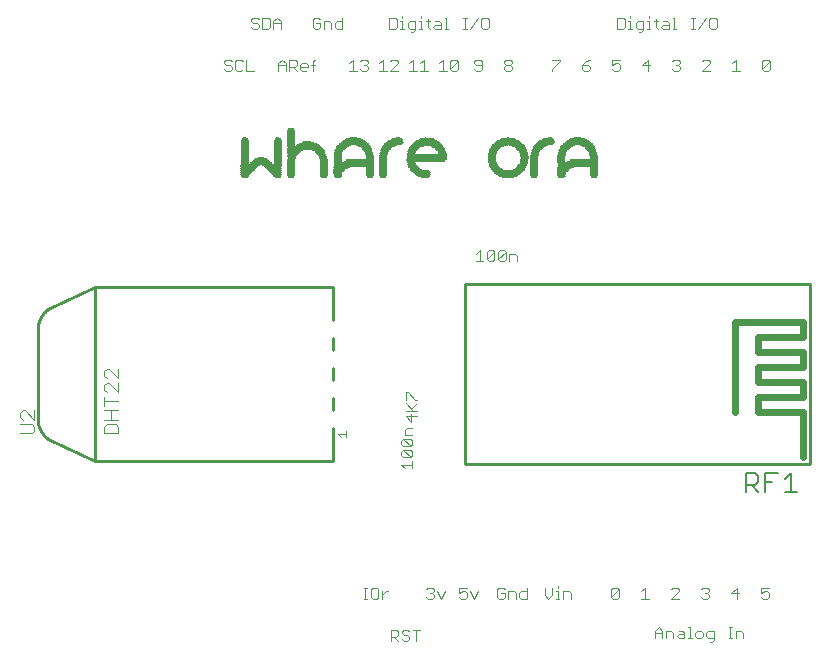
<source format=gto>
G04 This is an RS-274x file exported by *
G04 gerbv version 2.6.1 *
G04 More information is available about gerbv at *
G04 http://gerbv.geda-project.org/ *
G04 --End of header info--*
%MOIN*%
%FSLAX34Y34*%
%IPPOS*%
G04 --Define apertures--*
%ADD10C,0.0030*%
%ADD11C,0.0100*%
%ADD12C,0.0040*%
%ADD13C,0.0240*%
%ADD14C,0.0070*%
%ADD15R,0.0100X0.0020*%
%ADD16R,0.0180X0.0020*%
%ADD17R,0.0020X0.0020*%
%ADD18R,0.0200X0.0020*%
%ADD19R,0.0280X0.0020*%
%ADD20R,0.0400X0.0020*%
%ADD21R,0.0220X0.0020*%
%ADD22R,0.0360X0.0020*%
%ADD23R,0.0520X0.0020*%
%ADD24R,0.0240X0.0020*%
%ADD25R,0.0420X0.0020*%
%ADD26R,0.0600X0.0020*%
%ADD27R,0.0260X0.0020*%
%ADD28R,0.0460X0.0020*%
%ADD29R,0.0680X0.0020*%
%ADD30R,0.0300X0.0020*%
%ADD31R,0.0500X0.0020*%
%ADD32R,0.0740X0.0020*%
%ADD33R,0.0320X0.0020*%
%ADD34R,0.0540X0.0020*%
%ADD35R,0.0800X0.0020*%
%ADD36R,0.0340X0.0020*%
%ADD37R,0.0840X0.0020*%
%ADD38R,0.0560X0.0020*%
%ADD39R,0.0900X0.0020*%
%ADD40R,0.0380X0.0020*%
%ADD41R,0.0580X0.0020*%
%ADD42R,0.0920X0.0020*%
%ADD43R,0.0980X0.0020*%
%ADD44R,0.1000X0.0020*%
%ADD45R,0.0440X0.0020*%
%ADD46R,0.1040X0.0020*%
%ADD47R,0.0480X0.0020*%
%ADD48R,0.1340X0.0020*%
%ADD49R,0.0640X0.0020*%
%ADD50R,0.1360X0.0020*%
%ADD51R,0.0720X0.0020*%
%ADD52R,0.1060X0.0020*%
%ADD53R,0.0620X0.0020*%
%ADD54R,0.1020X0.0020*%
%ADD55R,0.1260X0.0020*%
%ADD56R,0.1280X0.0020*%
%ADD57R,0.0940X0.0020*%
%ADD58R,0.1300X0.0020*%
%ADD59R,0.1320X0.0020*%
%ADD60R,0.1200X0.0020*%
%ADD61R,0.1180X0.0020*%
%ADD62R,0.1160X0.0020*%
%ADD63R,0.1140X0.0020*%
%ADD64R,0.1120X0.0020*%
%ADD65R,0.1100X0.0020*%
%ADD66R,0.0780X0.0020*%
%ADD67R,0.0660X0.0020*%
%ADD68R,0.0960X0.0020*%
%ADD69R,0.0860X0.0020*%
%ADD70R,0.0880X0.0020*%
%ADD71R,0.0820X0.0020*%
%ADD72R,0.0760X0.0020*%
%ADD73R,0.0700X0.0020*%
%ADD74R,0.0160X0.0020*%
G04 --Start main section--*
G54D10*
G01X0013004Y0007512D02*
G01X0013295Y0007512D01*
G01X0013295Y0007415D02*
G01X0013295Y0007609D01*
G01X0013101Y0007415D02*
G01X0013004Y0007512D01*
G01X0015125Y0007279D02*
G01X0015186Y0007340D01*
G01X0015186Y0007340D02*
G01X0015433Y0007093D01*
G01X0015433Y0007093D02*
G01X0015495Y0007155D01*
G01X0015495Y0007155D02*
G01X0015495Y0007279D01*
G01X0015495Y0007279D02*
G01X0015433Y0007340D01*
G01X0015433Y0007340D02*
G01X0015186Y0007340D01*
G01X0015125Y0007279D02*
G01X0015125Y0007155D01*
G01X0015125Y0007155D02*
G01X0015186Y0007093D01*
G01X0015186Y0007093D02*
G01X0015433Y0007093D01*
G01X0015433Y0006972D02*
G01X0015495Y0006910D01*
G01X0015495Y0006910D02*
G01X0015495Y0006787D01*
G01X0015495Y0006787D02*
G01X0015433Y0006725D01*
G01X0015433Y0006725D02*
G01X0015186Y0006972D01*
G01X0015186Y0006972D02*
G01X0015433Y0006972D01*
G01X0015433Y0006725D02*
G01X0015186Y0006725D01*
G01X0015186Y0006725D02*
G01X0015125Y0006787D01*
G01X0015125Y0006787D02*
G01X0015125Y0006910D01*
G01X0015125Y0006910D02*
G01X0015186Y0006972D01*
G01X0015495Y0006604D02*
G01X0015495Y0006357D01*
G01X0015495Y0006480D02*
G01X0015125Y0006480D01*
G01X0015125Y0006480D02*
G01X0015248Y0006357D01*
G01X0015248Y0007462D02*
G01X0015248Y0007647D01*
G01X0015248Y0007647D02*
G01X0015310Y0007709D01*
G01X0015310Y0007709D02*
G01X0015495Y0007709D01*
G01X0015459Y0007910D02*
G01X0015459Y0008157D01*
G01X0015521Y0008278D02*
G01X0015274Y0008525D01*
G01X0015274Y0008647D02*
G01X0015274Y0008894D01*
G01X0015274Y0008894D02*
G01X0015336Y0008894D01*
G01X0015336Y0008894D02*
G01X0015583Y0008647D01*
G01X0015583Y0008647D02*
G01X0015644Y0008647D01*
G01X0015644Y0008525D02*
G01X0015459Y0008340D01*
G01X0015644Y0008278D02*
G01X0015274Y0008278D01*
G01X0015274Y0008095D02*
G01X0015459Y0007910D01*
G01X0015644Y0008095D02*
G01X0015274Y0008095D01*
G01X0015248Y0007462D02*
G01X0015495Y0007462D01*
G01X0016018Y0002385D02*
G01X0016142Y0002385D01*
G01X0016142Y0002385D02*
G01X0016203Y0002324D01*
G01X0016203Y0002324D02*
G01X0016203Y0002262D01*
G01X0016203Y0002262D02*
G01X0016142Y0002200D01*
G01X0016142Y0002200D02*
G01X0016203Y0002138D01*
G01X0016203Y0002138D02*
G01X0016203Y0002077D01*
G01X0016203Y0002077D02*
G01X0016142Y0002015D01*
G01X0016142Y0002015D02*
G01X0016018Y0002015D01*
G01X0016018Y0002015D02*
G01X0015957Y0002077D01*
G01X0016080Y0002200D02*
G01X0016142Y0002200D01*
G01X0016325Y0002262D02*
G01X0016448Y0002015D01*
G01X0016448Y0002015D02*
G01X0016572Y0002262D01*
G01X0017057Y0002200D02*
G01X0017057Y0002385D01*
G01X0017057Y0002385D02*
G01X0017303Y0002385D01*
G01X0017242Y0002262D02*
G01X0017303Y0002200D01*
G01X0017303Y0002200D02*
G01X0017303Y0002077D01*
G01X0017303Y0002077D02*
G01X0017242Y0002015D01*
G01X0017242Y0002015D02*
G01X0017118Y0002015D01*
G01X0017118Y0002015D02*
G01X0017057Y0002077D01*
G01X0017057Y0002200D02*
G01X0017180Y0002262D01*
G01X0017180Y0002262D02*
G01X0017242Y0002262D01*
G01X0017425Y0002262D02*
G01X0017548Y0002015D01*
G01X0017548Y0002015D02*
G01X0017672Y0002262D01*
G01X0018329Y0002324D02*
G01X0018329Y0002077D01*
G01X0018329Y0002077D02*
G01X0018390Y0002015D01*
G01X0018390Y0002015D02*
G01X0018514Y0002015D01*
G01X0018514Y0002015D02*
G01X0018575Y0002077D01*
G01X0018575Y0002077D02*
G01X0018575Y0002200D01*
G01X0018575Y0002200D02*
G01X0018452Y0002200D01*
G01X0018329Y0002324D02*
G01X0018390Y0002385D01*
G01X0018390Y0002385D02*
G01X0018514Y0002385D01*
G01X0018514Y0002385D02*
G01X0018575Y0002324D01*
G01X0018697Y0002262D02*
G01X0018882Y0002262D01*
G01X0018882Y0002262D02*
G01X0018944Y0002200D01*
G01X0018944Y0002200D02*
G01X0018944Y0002015D01*
G01X0019065Y0002077D02*
G01X0019065Y0002200D01*
G01X0019065Y0002200D02*
G01X0019127Y0002262D01*
G01X0019127Y0002262D02*
G01X0019312Y0002262D01*
G01X0019312Y0002385D02*
G01X0019312Y0002015D01*
G01X0019312Y0002015D02*
G01X0019127Y0002015D01*
G01X0019127Y0002015D02*
G01X0019065Y0002077D01*
G01X0018697Y0002015D02*
G01X0018697Y0002262D01*
G01X0019907Y0002385D02*
G01X0019907Y0002138D01*
G01X0019907Y0002138D02*
G01X0020030Y0002015D01*
G01X0020030Y0002015D02*
G01X0020153Y0002138D01*
G01X0020153Y0002138D02*
G01X0020153Y0002385D01*
G01X0020275Y0002262D02*
G01X0020337Y0002262D01*
G01X0020337Y0002262D02*
G01X0020337Y0002015D01*
G01X0020398Y0002015D02*
G01X0020275Y0002015D01*
G01X0020520Y0002015D02*
G01X0020520Y0002262D01*
G01X0020520Y0002262D02*
G01X0020706Y0002262D01*
G01X0020706Y0002262D02*
G01X0020767Y0002200D01*
G01X0020767Y0002200D02*
G01X0020767Y0002015D01*
G01X0020337Y0002385D02*
G01X0020337Y0002447D01*
G01X0022125Y0002324D02*
G01X0022125Y0002077D01*
G01X0022125Y0002077D02*
G01X0022371Y0002324D01*
G01X0022371Y0002324D02*
G01X0022371Y0002077D01*
G01X0022371Y0002077D02*
G01X0022310Y0002015D01*
G01X0022310Y0002015D02*
G01X0022186Y0002015D01*
G01X0022186Y0002015D02*
G01X0022125Y0002077D01*
G01X0022125Y0002324D02*
G01X0022186Y0002385D01*
G01X0022186Y0002385D02*
G01X0022310Y0002385D01*
G01X0022310Y0002385D02*
G01X0022371Y0002324D01*
G01X0023125Y0002262D02*
G01X0023248Y0002385D01*
G01X0023248Y0002385D02*
G01X0023248Y0002015D01*
G01X0023371Y0002015D02*
G01X0023125Y0002015D01*
G01X0024125Y0002015D02*
G01X0024371Y0002262D01*
G01X0024371Y0002262D02*
G01X0024371Y0002324D01*
G01X0024371Y0002324D02*
G01X0024310Y0002385D01*
G01X0024310Y0002385D02*
G01X0024186Y0002385D01*
G01X0024186Y0002385D02*
G01X0024125Y0002324D01*
G01X0024125Y0002015D02*
G01X0024371Y0002015D01*
G01X0025125Y0002077D02*
G01X0025186Y0002015D01*
G01X0025186Y0002015D02*
G01X0025310Y0002015D01*
G01X0025310Y0002015D02*
G01X0025371Y0002077D01*
G01X0025371Y0002077D02*
G01X0025371Y0002138D01*
G01X0025371Y0002138D02*
G01X0025310Y0002200D01*
G01X0025310Y0002200D02*
G01X0025248Y0002200D01*
G01X0025310Y0002200D02*
G01X0025371Y0002262D01*
G01X0025371Y0002262D02*
G01X0025371Y0002324D01*
G01X0025371Y0002324D02*
G01X0025310Y0002385D01*
G01X0025310Y0002385D02*
G01X0025186Y0002385D01*
G01X0025186Y0002385D02*
G01X0025125Y0002324D01*
G01X0026125Y0002200D02*
G01X0026371Y0002200D01*
G01X0026310Y0002385D02*
G01X0026310Y0002015D01*
G01X0026125Y0002200D02*
G01X0026310Y0002385D01*
G01X0027125Y0002385D02*
G01X0027125Y0002200D01*
G01X0027125Y0002200D02*
G01X0027248Y0002262D01*
G01X0027248Y0002262D02*
G01X0027310Y0002262D01*
G01X0027310Y0002262D02*
G01X0027371Y0002200D01*
G01X0027371Y0002200D02*
G01X0027371Y0002077D01*
G01X0027371Y0002077D02*
G01X0027310Y0002015D01*
G01X0027310Y0002015D02*
G01X0027186Y0002015D01*
G01X0027186Y0002015D02*
G01X0027125Y0002077D01*
G01X0027125Y0002385D02*
G01X0027371Y0002385D01*
G01X0026157Y0001067D02*
G01X0026034Y0001067D01*
G01X0026096Y0001067D02*
G01X0026096Y0000697D01*
G01X0026034Y0000697D02*
G01X0026157Y0000697D01*
G01X0026279Y0000697D02*
G01X0026279Y0000944D01*
G01X0026279Y0000944D02*
G01X0026465Y0000944D01*
G01X0026465Y0000944D02*
G01X0026526Y0000882D01*
G01X0026526Y0000882D02*
G01X0026526Y0000697D01*
G01X0025544Y0000697D02*
G01X0025359Y0000697D01*
G01X0025359Y0000697D02*
G01X0025297Y0000759D01*
G01X0025297Y0000759D02*
G01X0025297Y0000882D01*
G01X0025297Y0000882D02*
G01X0025359Y0000944D01*
G01X0025359Y0000944D02*
G01X0025544Y0000944D01*
G01X0025544Y0000944D02*
G01X0025544Y0000635D01*
G01X0025544Y0000635D02*
G01X0025482Y0000574D01*
G01X0025482Y0000574D02*
G01X0025421Y0000574D01*
G01X0025176Y0000759D02*
G01X0025176Y0000882D01*
G01X0025176Y0000882D02*
G01X0025114Y0000944D01*
G01X0025114Y0000944D02*
G01X0024991Y0000944D01*
G01X0024991Y0000944D02*
G01X0024929Y0000882D01*
G01X0024929Y0000882D02*
G01X0024929Y0000759D01*
G01X0024929Y0000759D02*
G01X0024991Y0000697D01*
G01X0024991Y0000697D02*
G01X0025114Y0000697D01*
G01X0025114Y0000697D02*
G01X0025176Y0000759D01*
G01X0024807Y0000697D02*
G01X0024683Y0000697D01*
G01X0024745Y0000697D02*
G01X0024745Y0001067D01*
G01X0024745Y0001067D02*
G01X0024683Y0001067D01*
G01X0024500Y0000944D02*
G01X0024377Y0000944D01*
G01X0024377Y0000820D02*
G01X0024562Y0000820D01*
G01X0024562Y0000882D02*
G01X0024562Y0000697D01*
G01X0024562Y0000697D02*
G01X0024377Y0000697D01*
G01X0024377Y0000697D02*
G01X0024315Y0000759D01*
G01X0024315Y0000759D02*
G01X0024377Y0000820D01*
G01X0024500Y0000944D02*
G01X0024562Y0000882D01*
G01X0024194Y0000882D02*
G01X0024194Y0000697D01*
G01X0024194Y0000882D02*
G01X0024132Y0000944D01*
G01X0024132Y0000944D02*
G01X0023947Y0000944D01*
G01X0023947Y0000944D02*
G01X0023947Y0000697D01*
G01X0023825Y0000697D02*
G01X0023825Y0000944D01*
G01X0023825Y0000944D02*
G01X0023702Y0001067D01*
G01X0023702Y0001067D02*
G01X0023579Y0000944D01*
G01X0023579Y0000944D02*
G01X0023579Y0000697D01*
G01X0023579Y0000882D02*
G01X0023825Y0000882D01*
G01X0016018Y0002385D02*
G01X0015957Y0002324D01*
G01X0014670Y0002262D02*
G01X0014608Y0002262D01*
G01X0014608Y0002262D02*
G01X0014484Y0002138D01*
G01X0014484Y0002015D02*
G01X0014484Y0002262D01*
G01X0014363Y0002324D02*
G01X0014363Y0002077D01*
G01X0014363Y0002077D02*
G01X0014301Y0002015D01*
G01X0014301Y0002015D02*
G01X0014178Y0002015D01*
G01X0014178Y0002015D02*
G01X0014116Y0002077D01*
G01X0014116Y0002077D02*
G01X0014116Y0002324D01*
G01X0014116Y0002324D02*
G01X0014178Y0002385D01*
G01X0014178Y0002385D02*
G01X0014301Y0002385D01*
G01X0014301Y0002385D02*
G01X0014363Y0002324D01*
G01X0013994Y0002385D02*
G01X0013870Y0002385D01*
G01X0013932Y0002385D02*
G01X0013932Y0002015D01*
G01X0013994Y0002015D02*
G01X0013870Y0002015D01*
G01X0014771Y0000985D02*
G01X0014956Y0000985D01*
G01X0014956Y0000985D02*
G01X0015017Y0000924D01*
G01X0015017Y0000924D02*
G01X0015017Y0000800D01*
G01X0015017Y0000800D02*
G01X0014956Y0000738D01*
G01X0014956Y0000738D02*
G01X0014771Y0000738D01*
G01X0014771Y0000615D02*
G01X0014771Y0000985D01*
G01X0014894Y0000738D02*
G01X0015017Y0000615D01*
G01X0015139Y0000677D02*
G01X0015201Y0000615D01*
G01X0015201Y0000615D02*
G01X0015324Y0000615D01*
G01X0015324Y0000615D02*
G01X0015386Y0000677D01*
G01X0015386Y0000677D02*
G01X0015386Y0000738D01*
G01X0015386Y0000738D02*
G01X0015324Y0000800D01*
G01X0015324Y0000800D02*
G01X0015201Y0000800D01*
G01X0015201Y0000800D02*
G01X0015139Y0000862D01*
G01X0015139Y0000862D02*
G01X0015139Y0000924D01*
G01X0015139Y0000924D02*
G01X0015201Y0000985D01*
G01X0015201Y0000985D02*
G01X0015324Y0000985D01*
G01X0015324Y0000985D02*
G01X0015386Y0000924D01*
G01X0015507Y0000985D02*
G01X0015754Y0000985D01*
G01X0015631Y0000985D02*
G01X0015631Y0000615D01*
G01X0017616Y0013265D02*
G01X0017863Y0013265D01*
G01X0017740Y0013265D02*
G01X0017740Y0013635D01*
G01X0017740Y0013635D02*
G01X0017616Y0013512D01*
G01X0017985Y0013573D02*
G01X0017985Y0013326D01*
G01X0017985Y0013326D02*
G01X0018231Y0013573D01*
G01X0018231Y0013573D02*
G01X0018231Y0013326D01*
G01X0018231Y0013326D02*
G01X0018170Y0013265D01*
G01X0018170Y0013265D02*
G01X0018046Y0013265D01*
G01X0018046Y0013265D02*
G01X0017985Y0013326D01*
G01X0017985Y0013573D02*
G01X0018046Y0013635D01*
G01X0018046Y0013635D02*
G01X0018170Y0013635D01*
G01X0018170Y0013635D02*
G01X0018231Y0013573D01*
G01X0018353Y0013573D02*
G01X0018353Y0013326D01*
G01X0018353Y0013326D02*
G01X0018600Y0013573D01*
G01X0018600Y0013573D02*
G01X0018600Y0013326D01*
G01X0018600Y0013326D02*
G01X0018538Y0013265D01*
G01X0018538Y0013265D02*
G01X0018415Y0013265D01*
G01X0018415Y0013265D02*
G01X0018353Y0013326D01*
G01X0018353Y0013573D02*
G01X0018415Y0013635D01*
G01X0018415Y0013635D02*
G01X0018538Y0013635D01*
G01X0018538Y0013635D02*
G01X0018600Y0013573D01*
G01X0018721Y0013512D02*
G01X0018906Y0013512D01*
G01X0018906Y0013512D02*
G01X0018968Y0013450D01*
G01X0018968Y0013450D02*
G01X0018968Y0013265D01*
G01X0018721Y0013265D02*
G01X0018721Y0013512D01*
G01X0018741Y0019615D02*
G01X0018618Y0019615D01*
G01X0018618Y0019615D02*
G01X0018556Y0019677D01*
G01X0018556Y0019677D02*
G01X0018556Y0019738D01*
G01X0018556Y0019738D02*
G01X0018618Y0019800D01*
G01X0018618Y0019800D02*
G01X0018741Y0019800D01*
G01X0018741Y0019800D02*
G01X0018803Y0019738D01*
G01X0018803Y0019738D02*
G01X0018803Y0019677D01*
G01X0018803Y0019677D02*
G01X0018741Y0019615D01*
G01X0018741Y0019800D02*
G01X0018803Y0019862D01*
G01X0018803Y0019862D02*
G01X0018803Y0019924D01*
G01X0018803Y0019924D02*
G01X0018741Y0019985D01*
G01X0018741Y0019985D02*
G01X0018618Y0019985D01*
G01X0018618Y0019985D02*
G01X0018556Y0019924D01*
G01X0018556Y0019924D02*
G01X0018556Y0019862D01*
G01X0018556Y0019862D02*
G01X0018618Y0019800D01*
G01X0017803Y0019800D02*
G01X0017618Y0019800D01*
G01X0017618Y0019800D02*
G01X0017556Y0019862D01*
G01X0017556Y0019862D02*
G01X0017556Y0019924D01*
G01X0017556Y0019924D02*
G01X0017618Y0019985D01*
G01X0017618Y0019985D02*
G01X0017741Y0019985D01*
G01X0017741Y0019985D02*
G01X0017803Y0019924D01*
G01X0017803Y0019924D02*
G01X0017803Y0019677D01*
G01X0017803Y0019677D02*
G01X0017741Y0019615D01*
G01X0017741Y0019615D02*
G01X0017618Y0019615D01*
G01X0017618Y0019615D02*
G01X0017556Y0019677D01*
G01X0017003Y0019677D02*
G01X0016941Y0019615D01*
G01X0016941Y0019615D02*
G01X0016818Y0019615D01*
G01X0016818Y0019615D02*
G01X0016756Y0019677D01*
G01X0016756Y0019677D02*
G01X0017003Y0019924D01*
G01X0017003Y0019924D02*
G01X0017003Y0019677D01*
G01X0017003Y0019924D02*
G01X0016941Y0019985D01*
G01X0016941Y0019985D02*
G01X0016818Y0019985D01*
G01X0016818Y0019985D02*
G01X0016756Y0019924D01*
G01X0016756Y0019924D02*
G01X0016756Y0019677D01*
G01X0016635Y0019615D02*
G01X0016388Y0019615D01*
G01X0016511Y0019615D02*
G01X0016511Y0019985D01*
G01X0016511Y0019985D02*
G01X0016388Y0019862D01*
G01X0016003Y0019615D02*
G01X0015756Y0019615D01*
G01X0015635Y0019615D02*
G01X0015388Y0019615D01*
G01X0015511Y0019615D02*
G01X0015511Y0019985D01*
G01X0015511Y0019985D02*
G01X0015388Y0019862D01*
G01X0015756Y0019862D02*
G01X0015880Y0019985D01*
G01X0015880Y0019985D02*
G01X0015880Y0019615D01*
G01X0015003Y0019615D02*
G01X0014756Y0019615D01*
G01X0014756Y0019615D02*
G01X0015003Y0019862D01*
G01X0015003Y0019862D02*
G01X0015003Y0019924D01*
G01X0015003Y0019924D02*
G01X0014941Y0019985D01*
G01X0014941Y0019985D02*
G01X0014818Y0019985D01*
G01X0014818Y0019985D02*
G01X0014756Y0019924D01*
G01X0014511Y0019985D02*
G01X0014511Y0019615D01*
G01X0014388Y0019615D02*
G01X0014635Y0019615D01*
G01X0014388Y0019862D02*
G01X0014511Y0019985D01*
G01X0014003Y0019924D02*
G01X0014003Y0019862D01*
G01X0014003Y0019862D02*
G01X0013941Y0019800D01*
G01X0013941Y0019800D02*
G01X0014003Y0019738D01*
G01X0014003Y0019738D02*
G01X0014003Y0019677D01*
G01X0014003Y0019677D02*
G01X0013941Y0019615D01*
G01X0013941Y0019615D02*
G01X0013818Y0019615D01*
G01X0013818Y0019615D02*
G01X0013756Y0019677D01*
G01X0013635Y0019615D02*
G01X0013388Y0019615D01*
G01X0013511Y0019615D02*
G01X0013511Y0019985D01*
G01X0013511Y0019985D02*
G01X0013388Y0019862D01*
G01X0013756Y0019924D02*
G01X0013818Y0019985D01*
G01X0013818Y0019985D02*
G01X0013941Y0019985D01*
G01X0013941Y0019985D02*
G01X0014003Y0019924D01*
G01X0013941Y0019800D02*
G01X0013880Y0019800D01*
G01X0013158Y0021015D02*
G01X0012973Y0021015D01*
G01X0012973Y0021015D02*
G01X0012911Y0021077D01*
G01X0012911Y0021077D02*
G01X0012911Y0021200D01*
G01X0012911Y0021200D02*
G01X0012973Y0021262D01*
G01X0012973Y0021262D02*
G01X0013158Y0021262D01*
G01X0013158Y0021385D02*
G01X0013158Y0021015D01*
G01X0012790Y0021015D02*
G01X0012790Y0021200D01*
G01X0012790Y0021200D02*
G01X0012728Y0021262D01*
G01X0012728Y0021262D02*
G01X0012543Y0021262D01*
G01X0012543Y0021262D02*
G01X0012543Y0021015D01*
G01X0012421Y0021077D02*
G01X0012421Y0021200D01*
G01X0012421Y0021200D02*
G01X0012298Y0021200D01*
G01X0012421Y0021324D02*
G01X0012360Y0021385D01*
G01X0012360Y0021385D02*
G01X0012236Y0021385D01*
G01X0012236Y0021385D02*
G01X0012175Y0021324D01*
G01X0012175Y0021324D02*
G01X0012175Y0021077D01*
G01X0012175Y0021077D02*
G01X0012236Y0021015D01*
G01X0012236Y0021015D02*
G01X0012360Y0021015D01*
G01X0012360Y0021015D02*
G01X0012421Y0021077D01*
G01X0012253Y0019985D02*
G01X0012191Y0019924D01*
G01X0012191Y0019924D02*
G01X0012191Y0019615D01*
G01X0012130Y0019800D02*
G01X0012253Y0019800D01*
G01X0012008Y0019800D02*
G01X0012008Y0019738D01*
G01X0012008Y0019738D02*
G01X0011761Y0019738D01*
G01X0011761Y0019677D02*
G01X0011761Y0019800D01*
G01X0011761Y0019800D02*
G01X0011823Y0019862D01*
G01X0011823Y0019862D02*
G01X0011946Y0019862D01*
G01X0011946Y0019862D02*
G01X0012008Y0019800D01*
G01X0011946Y0019615D02*
G01X0011823Y0019615D01*
G01X0011823Y0019615D02*
G01X0011761Y0019677D01*
G01X0011640Y0019615D02*
G01X0011516Y0019738D01*
G01X0011578Y0019738D02*
G01X0011393Y0019738D01*
G01X0011393Y0019615D02*
G01X0011393Y0019985D01*
G01X0011393Y0019985D02*
G01X0011578Y0019985D01*
G01X0011578Y0019985D02*
G01X0011640Y0019924D01*
G01X0011640Y0019924D02*
G01X0011640Y0019800D01*
G01X0011640Y0019800D02*
G01X0011578Y0019738D01*
G01X0011271Y0019800D02*
G01X0011025Y0019800D01*
G01X0011025Y0019862D02*
G01X0011148Y0019985D01*
G01X0011148Y0019985D02*
G01X0011271Y0019862D01*
G01X0011271Y0019862D02*
G01X0011271Y0019615D01*
G01X0011025Y0019615D02*
G01X0011025Y0019862D01*
G01X0010208Y0019615D02*
G01X0009961Y0019615D01*
G01X0009961Y0019615D02*
G01X0009961Y0019985D01*
G01X0009840Y0019924D02*
G01X0009778Y0019985D01*
G01X0009778Y0019985D02*
G01X0009655Y0019985D01*
G01X0009655Y0019985D02*
G01X0009593Y0019924D01*
G01X0009593Y0019924D02*
G01X0009593Y0019677D01*
G01X0009593Y0019677D02*
G01X0009655Y0019615D01*
G01X0009655Y0019615D02*
G01X0009778Y0019615D01*
G01X0009778Y0019615D02*
G01X0009840Y0019677D01*
G01X0009471Y0019677D02*
G01X0009471Y0019738D01*
G01X0009471Y0019738D02*
G01X0009410Y0019800D01*
G01X0009410Y0019800D02*
G01X0009286Y0019800D01*
G01X0009286Y0019800D02*
G01X0009225Y0019862D01*
G01X0009225Y0019862D02*
G01X0009225Y0019924D01*
G01X0009225Y0019924D02*
G01X0009286Y0019985D01*
G01X0009286Y0019985D02*
G01X0009410Y0019985D01*
G01X0009410Y0019985D02*
G01X0009471Y0019924D01*
G01X0009471Y0019677D02*
G01X0009410Y0019615D01*
G01X0009410Y0019615D02*
G01X0009286Y0019615D01*
G01X0009286Y0019615D02*
G01X0009225Y0019677D01*
G01X0010186Y0021015D02*
G01X0010125Y0021077D01*
G01X0010186Y0021015D02*
G01X0010310Y0021015D01*
G01X0010310Y0021015D02*
G01X0010371Y0021077D01*
G01X0010371Y0021077D02*
G01X0010371Y0021138D01*
G01X0010371Y0021138D02*
G01X0010310Y0021200D01*
G01X0010310Y0021200D02*
G01X0010186Y0021200D01*
G01X0010186Y0021200D02*
G01X0010125Y0021262D01*
G01X0010125Y0021262D02*
G01X0010125Y0021324D01*
G01X0010125Y0021324D02*
G01X0010186Y0021385D01*
G01X0010186Y0021385D02*
G01X0010310Y0021385D01*
G01X0010310Y0021385D02*
G01X0010371Y0021324D01*
G01X0010493Y0021385D02*
G01X0010493Y0021015D01*
G01X0010493Y0021015D02*
G01X0010678Y0021015D01*
G01X0010678Y0021015D02*
G01X0010740Y0021077D01*
G01X0010740Y0021077D02*
G01X0010740Y0021324D01*
G01X0010740Y0021324D02*
G01X0010678Y0021385D01*
G01X0010678Y0021385D02*
G01X0010493Y0021385D01*
G01X0010861Y0021262D02*
G01X0010985Y0021385D01*
G01X0010985Y0021385D02*
G01X0011108Y0021262D01*
G01X0011108Y0021262D02*
G01X0011108Y0021015D01*
G01X0011108Y0021200D02*
G01X0010861Y0021200D01*
G01X0010861Y0021262D02*
G01X0010861Y0021015D01*
G01X0014725Y0021015D02*
G01X0014910Y0021015D01*
G01X0014910Y0021015D02*
G01X0014971Y0021077D01*
G01X0014971Y0021077D02*
G01X0014971Y0021324D01*
G01X0014971Y0021324D02*
G01X0014910Y0021385D01*
G01X0014910Y0021385D02*
G01X0014725Y0021385D01*
G01X0014725Y0021385D02*
G01X0014725Y0021015D01*
G01X0015093Y0021015D02*
G01X0015216Y0021015D01*
G01X0015155Y0021015D02*
G01X0015155Y0021262D01*
G01X0015155Y0021262D02*
G01X0015093Y0021262D01*
G01X0015155Y0021385D02*
G01X0015155Y0021447D01*
G01X0015400Y0021262D02*
G01X0015338Y0021200D01*
G01X0015338Y0021200D02*
G01X0015338Y0021077D01*
G01X0015338Y0021077D02*
G01X0015400Y0021015D01*
G01X0015400Y0021015D02*
G01X0015585Y0021015D01*
G01X0015585Y0020953D02*
G01X0015585Y0021262D01*
G01X0015585Y0021262D02*
G01X0015400Y0021262D01*
G01X0015707Y0021262D02*
G01X0015768Y0021262D01*
G01X0015768Y0021262D02*
G01X0015768Y0021015D01*
G01X0015707Y0021015D02*
G01X0015830Y0021015D01*
G01X0016014Y0021077D02*
G01X0016014Y0021324D01*
G01X0015952Y0021262D02*
G01X0016076Y0021262D01*
G01X0016260Y0021262D02*
G01X0016383Y0021262D01*
G01X0016383Y0021262D02*
G01X0016445Y0021200D01*
G01X0016445Y0021200D02*
G01X0016445Y0021015D01*
G01X0016445Y0021015D02*
G01X0016260Y0021015D01*
G01X0016260Y0021015D02*
G01X0016198Y0021077D01*
G01X0016198Y0021077D02*
G01X0016260Y0021138D01*
G01X0016260Y0021138D02*
G01X0016445Y0021138D01*
G01X0016566Y0021015D02*
G01X0016690Y0021015D01*
G01X0016628Y0021015D02*
G01X0016628Y0021385D01*
G01X0016628Y0021385D02*
G01X0016566Y0021385D01*
G01X0017180Y0021385D02*
G01X0017303Y0021385D01*
G01X0017242Y0021385D02*
G01X0017242Y0021015D01*
G01X0017303Y0021015D02*
G01X0017180Y0021015D01*
G01X0017426Y0021015D02*
G01X0017672Y0021385D01*
G01X0017794Y0021324D02*
G01X0017856Y0021385D01*
G01X0017856Y0021385D02*
G01X0017979Y0021385D01*
G01X0017979Y0021385D02*
G01X0018041Y0021324D01*
G01X0018041Y0021324D02*
G01X0018041Y0021077D01*
G01X0018041Y0021077D02*
G01X0017979Y0021015D01*
G01X0017979Y0021015D02*
G01X0017856Y0021015D01*
G01X0017856Y0021015D02*
G01X0017794Y0021077D01*
G01X0017794Y0021077D02*
G01X0017794Y0021324D01*
G01X0016076Y0021015D02*
G01X0016014Y0021077D01*
G01X0015768Y0021385D02*
G01X0015768Y0021447D01*
G01X0015585Y0020953D02*
G01X0015523Y0020892D01*
G01X0015523Y0020892D02*
G01X0015462Y0020892D01*
G01X0020156Y0019985D02*
G01X0020403Y0019985D01*
G01X0020403Y0019985D02*
G01X0020403Y0019924D01*
G01X0020403Y0019924D02*
G01X0020156Y0019677D01*
G01X0020156Y0019677D02*
G01X0020156Y0019615D01*
G01X0021156Y0019677D02*
G01X0021218Y0019615D01*
G01X0021218Y0019615D02*
G01X0021341Y0019615D01*
G01X0021341Y0019615D02*
G01X0021403Y0019677D01*
G01X0021403Y0019677D02*
G01X0021403Y0019738D01*
G01X0021403Y0019738D02*
G01X0021341Y0019800D01*
G01X0021341Y0019800D02*
G01X0021156Y0019800D01*
G01X0021156Y0019800D02*
G01X0021156Y0019677D01*
G01X0021156Y0019800D02*
G01X0021280Y0019924D01*
G01X0021280Y0019924D02*
G01X0021403Y0019985D01*
G01X0022156Y0019985D02*
G01X0022156Y0019800D01*
G01X0022156Y0019800D02*
G01X0022280Y0019862D01*
G01X0022280Y0019862D02*
G01X0022341Y0019862D01*
G01X0022341Y0019862D02*
G01X0022403Y0019800D01*
G01X0022403Y0019800D02*
G01X0022403Y0019677D01*
G01X0022403Y0019677D02*
G01X0022341Y0019615D01*
G01X0022341Y0019615D02*
G01X0022218Y0019615D01*
G01X0022218Y0019615D02*
G01X0022156Y0019677D01*
G01X0022156Y0019985D02*
G01X0022403Y0019985D01*
G01X0023156Y0019800D02*
G01X0023403Y0019800D01*
G01X0023341Y0019985D02*
G01X0023341Y0019615D01*
G01X0023156Y0019800D02*
G01X0023341Y0019985D01*
G01X0024156Y0019924D02*
G01X0024218Y0019985D01*
G01X0024218Y0019985D02*
G01X0024341Y0019985D01*
G01X0024341Y0019985D02*
G01X0024403Y0019924D01*
G01X0024403Y0019924D02*
G01X0024403Y0019862D01*
G01X0024403Y0019862D02*
G01X0024341Y0019800D01*
G01X0024341Y0019800D02*
G01X0024403Y0019738D01*
G01X0024403Y0019738D02*
G01X0024403Y0019677D01*
G01X0024403Y0019677D02*
G01X0024341Y0019615D01*
G01X0024341Y0019615D02*
G01X0024218Y0019615D01*
G01X0024218Y0019615D02*
G01X0024156Y0019677D01*
G01X0024280Y0019800D02*
G01X0024341Y0019800D01*
G01X0025156Y0019924D02*
G01X0025218Y0019985D01*
G01X0025218Y0019985D02*
G01X0025341Y0019985D01*
G01X0025341Y0019985D02*
G01X0025403Y0019924D01*
G01X0025403Y0019924D02*
G01X0025403Y0019862D01*
G01X0025403Y0019862D02*
G01X0025156Y0019615D01*
G01X0025156Y0019615D02*
G01X0025403Y0019615D01*
G01X0026156Y0019615D02*
G01X0026403Y0019615D01*
G01X0026280Y0019615D02*
G01X0026280Y0019985D01*
G01X0026280Y0019985D02*
G01X0026156Y0019862D01*
G01X0027156Y0019924D02*
G01X0027156Y0019677D01*
G01X0027156Y0019677D02*
G01X0027403Y0019924D01*
G01X0027403Y0019924D02*
G01X0027403Y0019677D01*
G01X0027403Y0019677D02*
G01X0027341Y0019615D01*
G01X0027341Y0019615D02*
G01X0027218Y0019615D01*
G01X0027218Y0019615D02*
G01X0027156Y0019677D01*
G01X0027156Y0019924D02*
G01X0027218Y0019985D01*
G01X0027218Y0019985D02*
G01X0027341Y0019985D01*
G01X0027341Y0019985D02*
G01X0027403Y0019924D01*
G01X0025641Y0021077D02*
G01X0025641Y0021324D01*
G01X0025641Y0021324D02*
G01X0025579Y0021385D01*
G01X0025579Y0021385D02*
G01X0025456Y0021385D01*
G01X0025456Y0021385D02*
G01X0025394Y0021324D01*
G01X0025394Y0021324D02*
G01X0025394Y0021077D01*
G01X0025394Y0021077D02*
G01X0025456Y0021015D01*
G01X0025456Y0021015D02*
G01X0025579Y0021015D01*
G01X0025579Y0021015D02*
G01X0025641Y0021077D01*
G01X0025272Y0021385D02*
G01X0025026Y0021015D01*
G01X0024903Y0021015D02*
G01X0024780Y0021015D01*
G01X0024842Y0021015D02*
G01X0024842Y0021385D01*
G01X0024903Y0021385D02*
G01X0024780Y0021385D01*
G01X0024228Y0021385D02*
G01X0024228Y0021015D01*
G01X0024166Y0021015D02*
G01X0024290Y0021015D01*
G01X0024045Y0021015D02*
G01X0024045Y0021200D01*
G01X0024045Y0021200D02*
G01X0023983Y0021262D01*
G01X0023983Y0021262D02*
G01X0023859Y0021262D01*
G01X0023859Y0021138D02*
G01X0023798Y0021077D01*
G01X0023798Y0021077D02*
G01X0023859Y0021015D01*
G01X0023859Y0021015D02*
G01X0024045Y0021015D01*
G01X0024045Y0021138D02*
G01X0023859Y0021138D01*
G01X0023676Y0021015D02*
G01X0023614Y0021077D01*
G01X0023614Y0021077D02*
G01X0023614Y0021324D01*
G01X0023552Y0021262D02*
G01X0023676Y0021262D01*
G01X0023368Y0021262D02*
G01X0023368Y0021015D01*
G01X0023307Y0021015D02*
G01X0023430Y0021015D01*
G01X0023185Y0021015D02*
G01X0023000Y0021015D01*
G01X0023000Y0021015D02*
G01X0022938Y0021077D01*
G01X0022938Y0021077D02*
G01X0022938Y0021200D01*
G01X0022938Y0021200D02*
G01X0023000Y0021262D01*
G01X0023000Y0021262D02*
G01X0023185Y0021262D01*
G01X0023185Y0021262D02*
G01X0023185Y0020953D01*
G01X0023185Y0020953D02*
G01X0023124Y0020892D01*
G01X0023124Y0020892D02*
G01X0023062Y0020892D01*
G01X0022816Y0021015D02*
G01X0022693Y0021015D01*
G01X0022755Y0021015D02*
G01X0022755Y0021262D01*
G01X0022755Y0021262D02*
G01X0022693Y0021262D01*
G01X0022571Y0021324D02*
G01X0022571Y0021077D01*
G01X0022571Y0021077D02*
G01X0022510Y0021015D01*
G01X0022510Y0021015D02*
G01X0022325Y0021015D01*
G01X0022325Y0021015D02*
G01X0022325Y0021385D01*
G01X0022325Y0021385D02*
G01X0022510Y0021385D01*
G01X0022510Y0021385D02*
G01X0022571Y0021324D01*
G01X0022755Y0021385D02*
G01X0022755Y0021447D01*
G01X0023307Y0021262D02*
G01X0023368Y0021262D01*
G01X0023368Y0021385D02*
G01X0023368Y0021447D01*
G01X0024166Y0021385D02*
G01X0024228Y0021385D01*
G54D11*
G01X0004910Y0006600D02*
G01X0003409Y0007300D01*
G01X0003409Y0007300D02*
G01X0003393Y0007310D01*
G01X0003393Y0007310D02*
G01X0003376Y0007321D01*
G01X0003376Y0007321D02*
G01X0003360Y0007331D01*
G01X0003360Y0007331D02*
G01X0003344Y0007343D01*
G01X0003344Y0007343D02*
G01X0003328Y0007354D01*
G01X0003328Y0007354D02*
G01X0003312Y0007366D01*
G01X0003312Y0007366D02*
G01X0003297Y0007379D01*
G01X0003297Y0007379D02*
G01X0003282Y0007392D01*
G01X0003282Y0007392D02*
G01X0003268Y0007405D01*
G01X0003268Y0007405D02*
G01X0003253Y0007418D01*
G01X0003253Y0007418D02*
G01X0003239Y0007432D01*
G01X0003239Y0007432D02*
G01X0003226Y0007446D01*
G01X0003226Y0007446D02*
G01X0003213Y0007461D01*
G01X0003213Y0007461D02*
G01X0003200Y0007476D01*
G01X0003200Y0007476D02*
G01X0003187Y0007491D01*
G01X0003187Y0007491D02*
G01X0003175Y0007506D01*
G01X0003175Y0007506D02*
G01X0003163Y0007522D01*
G01X0003163Y0007522D02*
G01X0003152Y0007538D01*
G01X0003152Y0007538D02*
G01X0003141Y0007554D01*
G01X0003141Y0007554D02*
G01X0003130Y0007571D01*
G01X0003130Y0007571D02*
G01X0003120Y0007588D01*
G01X0003120Y0007588D02*
G01X0003111Y0007605D01*
G01X0003111Y0007605D02*
G01X0003101Y0007622D01*
G01X0003101Y0007622D02*
G01X0003092Y0007640D01*
G01X0003092Y0007640D02*
G01X0003084Y0007657D01*
G01X0003084Y0007657D02*
G01X0003076Y0007675D01*
G01X0003076Y0007675D02*
G01X0003068Y0007693D01*
G01X0003068Y0007693D02*
G01X0003061Y0007712D01*
G01X0003061Y0007712D02*
G01X0003054Y0007730D01*
G01X0003054Y0007730D02*
G01X0003048Y0007749D01*
G01X0003048Y0007749D02*
G01X0003042Y0007767D01*
G01X0003042Y0007767D02*
G01X0003037Y0007786D01*
G01X0003037Y0007786D02*
G01X0003032Y0007805D01*
G01X0003032Y0007805D02*
G01X0003028Y0007825D01*
G01X0003028Y0007825D02*
G01X0003024Y0007844D01*
G01X0003024Y0007844D02*
G01X0003020Y0007863D01*
G01X0003020Y0007863D02*
G01X0003017Y0007883D01*
G01X0003017Y0007883D02*
G01X0003015Y0007902D01*
G01X0003015Y0007902D02*
G01X0003013Y0007922D01*
G01X0003013Y0007922D02*
G01X0003011Y0007941D01*
G01X0003011Y0007941D02*
G01X0003010Y0007961D01*
G01X0003010Y0007961D02*
G01X0003010Y0007980D01*
G01X0003010Y0007980D02*
G01X0003010Y0008000D01*
G01X0003010Y0008000D02*
G01X0003010Y0011000D01*
G01X0003010Y0011000D02*
G01X0003010Y0011020D01*
G01X0003010Y0011020D02*
G01X0003010Y0011039D01*
G01X0003010Y0011039D02*
G01X0003011Y0011059D01*
G01X0003011Y0011059D02*
G01X0003013Y0011079D01*
G01X0003013Y0011079D02*
G01X0003015Y0011098D01*
G01X0003015Y0011098D02*
G01X0003017Y0011118D01*
G01X0003017Y0011118D02*
G01X0003020Y0011137D01*
G01X0003020Y0011137D02*
G01X0003024Y0011156D01*
G01X0003024Y0011156D02*
G01X0003028Y0011176D01*
G01X0003028Y0011176D02*
G01X0003032Y0011195D01*
G01X0003032Y0011195D02*
G01X0003037Y0011214D01*
G01X0003037Y0011214D02*
G01X0003042Y0011233D01*
G01X0003042Y0011233D02*
G01X0003048Y0011251D01*
G01X0003048Y0011251D02*
G01X0003054Y0011270D01*
G01X0003054Y0011270D02*
G01X0003061Y0011288D01*
G01X0003061Y0011288D02*
G01X0003068Y0011307D01*
G01X0003068Y0011307D02*
G01X0003076Y0011325D01*
G01X0003076Y0011325D02*
G01X0003084Y0011343D01*
G01X0003084Y0011343D02*
G01X0003092Y0011361D01*
G01X0003092Y0011361D02*
G01X0003101Y0011378D01*
G01X0003101Y0011378D02*
G01X0003111Y0011395D01*
G01X0003111Y0011395D02*
G01X0003120Y0011412D01*
G01X0003120Y0011412D02*
G01X0003130Y0011429D01*
G01X0003130Y0011429D02*
G01X0003141Y0011446D01*
G01X0003141Y0011446D02*
G01X0003152Y0011462D01*
G01X0003152Y0011462D02*
G01X0003163Y0011478D01*
G01X0003163Y0011478D02*
G01X0003175Y0011494D01*
G01X0003175Y0011494D02*
G01X0003187Y0011509D01*
G01X0003187Y0011509D02*
G01X0003200Y0011524D01*
G01X0003200Y0011524D02*
G01X0003213Y0011539D01*
G01X0003213Y0011539D02*
G01X0003226Y0011554D01*
G01X0003226Y0011554D02*
G01X0003239Y0011568D01*
G01X0003239Y0011568D02*
G01X0003253Y0011582D01*
G01X0003253Y0011582D02*
G01X0003268Y0011595D01*
G01X0003268Y0011595D02*
G01X0003282Y0011608D01*
G01X0003282Y0011608D02*
G01X0003297Y0011621D01*
G01X0003297Y0011621D02*
G01X0003312Y0011634D01*
G01X0003312Y0011634D02*
G01X0003328Y0011646D01*
G01X0003328Y0011646D02*
G01X0003344Y0011657D01*
G01X0003344Y0011657D02*
G01X0003360Y0011669D01*
G01X0003360Y0011669D02*
G01X0003376Y0011680D01*
G01X0003376Y0011680D02*
G01X0003393Y0011690D01*
G01X0003393Y0011690D02*
G01X0003409Y0011700D01*
G01X0003409Y0011700D02*
G01X0004910Y0012400D01*
G01X0004910Y0012400D02*
G01X0012860Y0012400D01*
G01X0012860Y0012400D02*
G01X0012860Y0011300D01*
G01X0012860Y0010700D02*
G01X0012860Y0010300D01*
G01X0012860Y0009700D02*
G01X0012860Y0009300D01*
G01X0012860Y0008700D02*
G01X0012860Y0008300D01*
G01X0012860Y0007700D02*
G01X0012860Y0006600D01*
G01X0012860Y0006600D02*
G01X0004910Y0006600D01*
G01X0004910Y0006600D02*
G01X0004910Y0012400D01*
G01X0017260Y0012500D02*
G01X0017260Y0006500D01*
G01X0017260Y0006500D02*
G01X0028760Y0006500D01*
G01X0028760Y0006500D02*
G01X0028760Y0012500D01*
G01X0028760Y0012500D02*
G01X0017260Y0012500D01*
G54D12*
G01X0005690Y0009669D02*
G01X0005690Y0009362D01*
G01X0005690Y0009362D02*
G01X0005383Y0009669D01*
G01X0005383Y0009669D02*
G01X0005306Y0009669D01*
G01X0005306Y0009669D02*
G01X0005229Y0009592D01*
G01X0005229Y0009592D02*
G01X0005229Y0009438D01*
G01X0005229Y0009438D02*
G01X0005306Y0009362D01*
G01X0005306Y0009208D02*
G01X0005229Y0009131D01*
G01X0005229Y0009131D02*
G01X0005229Y0008978D01*
G01X0005229Y0008978D02*
G01X0005306Y0008901D01*
G01X0005229Y0008748D02*
G01X0005229Y0008441D01*
G01X0005229Y0008594D02*
G01X0005690Y0008594D01*
G01X0005690Y0008901D02*
G01X0005383Y0009208D01*
G01X0005383Y0009208D02*
G01X0005306Y0009208D01*
G01X0005690Y0009208D02*
G01X0005690Y0008901D01*
G01X0005690Y0008287D02*
G01X0005229Y0008287D01*
G01X0005459Y0008287D02*
G01X0005459Y0007980D01*
G01X0005306Y0007827D02*
G01X0005229Y0007750D01*
G01X0005229Y0007750D02*
G01X0005229Y0007520D01*
G01X0005229Y0007520D02*
G01X0005690Y0007520D01*
G01X0005690Y0007520D02*
G01X0005690Y0007750D01*
G01X0005690Y0007750D02*
G01X0005613Y0007827D01*
G01X0005613Y0007827D02*
G01X0005306Y0007827D01*
G01X0005229Y0007980D02*
G01X0005690Y0007980D01*
G01X0002890Y0007980D02*
G01X0002583Y0008287D01*
G01X0002583Y0008287D02*
G01X0002506Y0008287D01*
G01X0002506Y0008287D02*
G01X0002429Y0008211D01*
G01X0002429Y0008211D02*
G01X0002429Y0008057D01*
G01X0002429Y0008057D02*
G01X0002506Y0007980D01*
G01X0002429Y0007827D02*
G01X0002813Y0007827D01*
G01X0002813Y0007827D02*
G01X0002890Y0007750D01*
G01X0002890Y0007750D02*
G01X0002890Y0007597D01*
G01X0002890Y0007597D02*
G01X0002813Y0007520D01*
G01X0002813Y0007520D02*
G01X0002429Y0007520D01*
G01X0002890Y0007980D02*
G01X0002890Y0008287D01*
G54D13*
G01X0026260Y0008250D02*
G01X0026260Y0011250D01*
G01X0026260Y0011250D02*
G01X0028510Y0011250D01*
G01X0028510Y0011250D02*
G01X0028510Y0010750D01*
G01X0028510Y0010750D02*
G01X0027010Y0010750D01*
G01X0027010Y0010750D02*
G01X0027010Y0010250D01*
G01X0027010Y0010250D02*
G01X0028510Y0010250D01*
G01X0028510Y0010250D02*
G01X0028510Y0009750D01*
G01X0028510Y0009750D02*
G01X0027010Y0009750D01*
G01X0027010Y0009750D02*
G01X0027010Y0009250D01*
G01X0027010Y0009250D02*
G01X0028510Y0009250D01*
G01X0028510Y0009250D02*
G01X0028510Y0008750D01*
G01X0028510Y0008750D02*
G01X0027010Y0008750D01*
G01X0027010Y0008750D02*
G01X0027010Y0008250D01*
G01X0027010Y0008250D02*
G01X0028510Y0008250D01*
G01X0028510Y0008250D02*
G01X0028510Y0006750D01*
G54D14*
G01X0028110Y0006216D02*
G01X0028110Y0005585D01*
G01X0027900Y0005585D02*
G01X0028320Y0005585D01*
G01X0027900Y0006005D02*
G01X0028110Y0006216D01*
G01X0027676Y0006216D02*
G01X0027255Y0006216D01*
G01X0027255Y0006216D02*
G01X0027255Y0005585D01*
G01X0027031Y0005585D02*
G01X0026821Y0005795D01*
G01X0026926Y0005795D02*
G01X0026611Y0005795D01*
G01X0026611Y0005585D02*
G01X0026611Y0006216D01*
G01X0026611Y0006216D02*
G01X0026926Y0006216D01*
G01X0026926Y0006216D02*
G01X0027031Y0006110D01*
G01X0027031Y0006110D02*
G01X0027031Y0005900D01*
G01X0027031Y0005900D02*
G01X0026926Y0005795D01*
G01X0027255Y0005900D02*
G01X0027466Y0005900D01*
G54D15*
G01X0021540Y0016020D03*
G01X0020460Y0016020D03*
G01X0019560Y0016020D03*
G01X0014520Y0016020D03*
G01X0014080Y0016020D03*
G01X0013000Y0016020D03*
G01X0012539Y0016020D03*
G01X0011460Y0016020D03*
G01X0011000Y0016020D03*
G01X0009900Y0016020D03*
G01X0009900Y0017360D03*
G01X0011000Y0017360D03*
G01X0011460Y0017680D03*
G54D16*
G01X0011460Y0017660D03*
G01X0011000Y0017340D03*
G01X0010440Y0016700D03*
G01X0009900Y0017340D03*
G01X0009900Y0016040D03*
G01X0011000Y0016040D03*
G01X0011460Y0016040D03*
G01X0012539Y0016040D03*
G01X0013000Y0016040D03*
G01X0014080Y0016040D03*
G01X0014520Y0016040D03*
G01X0015940Y0016020D03*
G01X0019560Y0016040D03*
G01X0020460Y0016040D03*
G01X0021540Y0016040D03*
G54D17*
G01X0021120Y0017360D03*
G01X0018720Y0017360D03*
G01X0018680Y0017360D03*
G01X0018680Y0017100D03*
G01X0018560Y0016020D03*
G01X0018820Y0016020D03*
G01X0015960Y0017360D03*
G01X0013660Y0017360D03*
G54D18*
G01X0013530Y0017360D03*
G01X0014510Y0016060D03*
G01X0012530Y0016060D03*
G01X0018690Y0016020D03*
G01X0019550Y0016060D03*
G01X0020990Y0017360D03*
G54D19*
G01X0020510Y0016900D03*
G01X0020490Y0016880D03*
G01X0020490Y0016860D03*
G01X0020470Y0016820D03*
G01X0020470Y0016780D03*
G01X0020470Y0016160D03*
G01X0020470Y0016140D03*
G01X0019570Y0016780D03*
G01X0019570Y0016820D03*
G01X0019590Y0016860D03*
G01X0019590Y0016880D03*
G01X0019610Y0016900D03*
G01X0019610Y0016920D03*
G01X0019210Y0016840D03*
G01X0019190Y0016880D03*
G01X0019190Y0016900D03*
G01X0019230Y0016760D03*
G01X0019230Y0016640D03*
G01X0019230Y0016600D03*
G01X0019210Y0016540D03*
G01X0019210Y0016520D03*
G01X0019190Y0016480D03*
G01X0019170Y0016440D03*
G01X0018190Y0016480D03*
G01X0018170Y0016500D03*
G01X0018170Y0016520D03*
G01X0018150Y0016600D03*
G01X0018170Y0016840D03*
G01X0018170Y0016860D03*
G01X0018190Y0016880D03*
G01X0018190Y0016900D03*
G01X0016490Y0016860D03*
G01X0016490Y0016840D03*
G01X0016470Y0016880D03*
G01X0016470Y0016900D03*
G01X0015490Y0016920D03*
G01X0015470Y0016880D03*
G01X0015470Y0016860D03*
G01X0015450Y0016840D03*
G01X0015450Y0016820D03*
G01X0015450Y0016540D03*
G01X0015450Y0016520D03*
G01X0015470Y0016500D03*
G01X0015470Y0016480D03*
G01X0015910Y0016040D03*
G01X0014530Y0016780D03*
G01X0014530Y0016820D03*
G01X0014550Y0016860D03*
G01X0014550Y0016880D03*
G01X0014570Y0016900D03*
G01X0014570Y0016920D03*
G01X0014070Y0016780D03*
G01X0014050Y0016860D03*
G01X0014050Y0016880D03*
G01X0014030Y0016900D03*
G01X0014030Y0016920D03*
G01X0013050Y0016900D03*
G01X0013030Y0016880D03*
G01X0013030Y0016860D03*
G01X0013010Y0016820D03*
G01X0013010Y0016780D03*
G01X0012530Y0016660D03*
G01X0012510Y0016720D03*
G01X0012510Y0016740D03*
G01X0012490Y0016760D03*
G01X0012490Y0016780D03*
G01X0013010Y0016160D03*
G01X0013010Y0016140D03*
G01X0011470Y0016660D03*
G01X0011470Y0016680D03*
G01X0011470Y0016700D03*
G01X0010990Y0016100D03*
G01X0009910Y0016100D03*
G01X0021490Y0016900D03*
G01X0021490Y0016920D03*
G01X0021510Y0016880D03*
G01X0021510Y0016860D03*
G01X0021530Y0016780D03*
G54D20*
G01X0021350Y0017080D03*
G01X0020650Y0017080D03*
G01X0020010Y0017300D03*
G01X0019750Y0017080D03*
G01X0019050Y0016300D03*
G01X0018690Y0016040D03*
G01X0018330Y0016300D03*
G01X0016329Y0017060D03*
G01X0015610Y0017060D03*
G01X0014970Y0017300D03*
G01X0014710Y0017080D03*
G01X0013889Y0017080D03*
G01X0013190Y0017080D03*
G01X0012350Y0016940D03*
G01X0012010Y0017200D03*
G01X0010930Y0016220D03*
G01X0009970Y0016220D03*
G54D21*
G01X0009900Y0016060D03*
G01X0011000Y0016060D03*
G01X0011460Y0016060D03*
G01X0011460Y0016080D03*
G01X0012539Y0016080D03*
G01X0013000Y0016060D03*
G01X0014080Y0016060D03*
G01X0014080Y0016080D03*
G01X0014520Y0016080D03*
G01X0011460Y0017620D03*
G01X0011460Y0017640D03*
G01X0011000Y0017320D03*
G01X0011000Y0017300D03*
G01X0009900Y0017300D03*
G01X0009900Y0017320D03*
G01X0019560Y0016080D03*
G01X0020460Y0016060D03*
G01X0021540Y0016060D03*
G01X0021540Y0016080D03*
G54D22*
G01X0020029Y0017320D03*
G01X0019090Y0017040D03*
G01X0018290Y0017040D03*
G01X0018310Y0016320D03*
G01X0019070Y0016320D03*
G01X0019090Y0016340D03*
G01X0015890Y0016060D03*
G01X0015590Y0016320D03*
G01X0015570Y0016340D03*
G01X0015590Y0017040D03*
G01X0014990Y0017320D03*
G01X0011510Y0016820D03*
G01X0010950Y0016180D03*
G01X0009950Y0016180D03*
G54D23*
G01X0010030Y0016340D03*
G01X0010450Y0016600D03*
G01X0010870Y0016340D03*
G01X0011590Y0016940D03*
G01X0014930Y0017240D03*
G01X0018690Y0016060D03*
G01X0018970Y0017100D03*
G01X0019970Y0017240D03*
G54D24*
G01X0019230Y0016620D03*
G01X0020470Y0016080D03*
G01X0013010Y0016080D03*
G01X0011990Y0017220D03*
G01X0010990Y0016080D03*
G01X0009910Y0016080D03*
G54D25*
G01X0009980Y0016240D03*
G01X0010920Y0016240D03*
G01X0011540Y0016880D03*
G01X0013080Y0016320D03*
G01X0015620Y0016300D03*
G01X0015880Y0016080D03*
G01X0016300Y0017080D03*
G01X0018360Y0017080D03*
G01X0019020Y0017080D03*
G01X0020540Y0016320D03*
G54D26*
G01X0018690Y0016080D03*
G01X0010830Y0016420D03*
G01X0010070Y0016420D03*
G54D27*
G01X0009900Y0016480D03*
G01X0009900Y0016500D03*
G01X0009900Y0016520D03*
G01X0009900Y0016540D03*
G01X0009900Y0016560D03*
G01X0009900Y0016580D03*
G01X0009900Y0016600D03*
G01X0009900Y0016620D03*
G01X0009900Y0016640D03*
G01X0009900Y0016660D03*
G01X0009900Y0016680D03*
G01X0009900Y0016700D03*
G01X0009900Y0016720D03*
G01X0009900Y0016740D03*
G01X0009900Y0016760D03*
G01X0009900Y0016780D03*
G01X0009900Y0016800D03*
G01X0009900Y0016820D03*
G01X0009900Y0016840D03*
G01X0009900Y0016860D03*
G01X0009900Y0016880D03*
G01X0009900Y0016900D03*
G01X0009900Y0016920D03*
G01X0009900Y0016940D03*
G01X0009900Y0016960D03*
G01X0009900Y0016980D03*
G01X0009900Y0017000D03*
G01X0009900Y0017020D03*
G01X0009900Y0017040D03*
G01X0009900Y0017060D03*
G01X0009900Y0017080D03*
G01X0009900Y0017100D03*
G01X0009900Y0017120D03*
G01X0009900Y0017140D03*
G01X0009900Y0017160D03*
G01X0009900Y0017180D03*
G01X0009900Y0017200D03*
G01X0009900Y0017220D03*
G01X0009900Y0017240D03*
G01X0009900Y0017260D03*
G01X0009900Y0017280D03*
G01X0011000Y0017280D03*
G01X0011000Y0017260D03*
G01X0011000Y0017240D03*
G01X0011000Y0017220D03*
G01X0011000Y0017200D03*
G01X0011000Y0017180D03*
G01X0011000Y0017160D03*
G01X0011000Y0017140D03*
G01X0011000Y0017120D03*
G01X0011000Y0017100D03*
G01X0011000Y0017080D03*
G01X0011000Y0017060D03*
G01X0011000Y0017040D03*
G01X0011000Y0017020D03*
G01X0011000Y0017000D03*
G01X0011000Y0016980D03*
G01X0011000Y0016960D03*
G01X0011000Y0016940D03*
G01X0011000Y0016920D03*
G01X0011000Y0016900D03*
G01X0011000Y0016880D03*
G01X0011000Y0016860D03*
G01X0011000Y0016840D03*
G01X0011000Y0016820D03*
G01X0011000Y0016800D03*
G01X0011000Y0016780D03*
G01X0011000Y0016760D03*
G01X0011000Y0016740D03*
G01X0011000Y0016720D03*
G01X0011000Y0016700D03*
G01X0011000Y0016680D03*
G01X0011000Y0016660D03*
G01X0011000Y0016640D03*
G01X0011000Y0016620D03*
G01X0011000Y0016600D03*
G01X0011000Y0016580D03*
G01X0011000Y0016560D03*
G01X0011000Y0016540D03*
G01X0011000Y0016520D03*
G01X0011000Y0016500D03*
G01X0011000Y0016480D03*
G01X0011460Y0016480D03*
G01X0011460Y0016500D03*
G01X0011460Y0016520D03*
G01X0011460Y0016540D03*
G01X0011460Y0016560D03*
G01X0011460Y0016580D03*
G01X0011460Y0016600D03*
G01X0011460Y0016620D03*
G01X0011460Y0016640D03*
G01X0011460Y0016460D03*
G01X0011460Y0016440D03*
G01X0011460Y0016420D03*
G01X0011460Y0016400D03*
G01X0011460Y0016380D03*
G01X0011460Y0016360D03*
G01X0011460Y0016340D03*
G01X0011460Y0016320D03*
G01X0011460Y0016300D03*
G01X0011460Y0016280D03*
G01X0011460Y0016260D03*
G01X0011460Y0016240D03*
G01X0011460Y0016220D03*
G01X0011460Y0016200D03*
G01X0011460Y0016180D03*
G01X0011460Y0016160D03*
G01X0011460Y0016140D03*
G01X0011460Y0016120D03*
G01X0011460Y0016100D03*
G01X0011460Y0017100D03*
G01X0011460Y0017120D03*
G01X0011460Y0017140D03*
G01X0011460Y0017160D03*
G01X0011460Y0017180D03*
G01X0011460Y0017200D03*
G01X0011460Y0017220D03*
G01X0011460Y0017240D03*
G01X0011460Y0017260D03*
G01X0011460Y0017280D03*
G01X0011460Y0017300D03*
G01X0011460Y0017320D03*
G01X0011460Y0017340D03*
G01X0011460Y0017360D03*
G01X0011460Y0017380D03*
G01X0011460Y0017400D03*
G01X0011460Y0017420D03*
G01X0011460Y0017440D03*
G01X0011460Y0017460D03*
G01X0011460Y0017480D03*
G01X0011460Y0017500D03*
G01X0011460Y0017520D03*
G01X0011460Y0017540D03*
G01X0011460Y0017560D03*
G01X0011460Y0017580D03*
G01X0011460Y0017600D03*
G01X0012519Y0016700D03*
G01X0012519Y0016680D03*
G01X0012539Y0016640D03*
G01X0012539Y0016620D03*
G01X0012539Y0016600D03*
G01X0012539Y0016580D03*
G01X0012539Y0016560D03*
G01X0012539Y0016540D03*
G01X0012539Y0016520D03*
G01X0012539Y0016500D03*
G01X0012539Y0016480D03*
G01X0012539Y0016460D03*
G01X0012539Y0016440D03*
G01X0012539Y0016420D03*
G01X0012539Y0016400D03*
G01X0012539Y0016380D03*
G01X0012539Y0016360D03*
G01X0012539Y0016340D03*
G01X0012539Y0016320D03*
G01X0012539Y0016300D03*
G01X0012539Y0016280D03*
G01X0012539Y0016260D03*
G01X0012539Y0016240D03*
G01X0012539Y0016220D03*
G01X0012539Y0016200D03*
G01X0012539Y0016180D03*
G01X0012539Y0016160D03*
G01X0012539Y0016140D03*
G01X0012539Y0016120D03*
G01X0012539Y0016100D03*
G01X0013000Y0016100D03*
G01X0013000Y0016120D03*
G01X0013000Y0016540D03*
G01X0013000Y0016560D03*
G01X0013000Y0016580D03*
G01X0013000Y0016600D03*
G01X0013000Y0016620D03*
G01X0013000Y0016640D03*
G01X0013000Y0016660D03*
G01X0013000Y0016680D03*
G01X0013000Y0016700D03*
G01X0013000Y0016720D03*
G01X0013000Y0016740D03*
G01X0013000Y0016760D03*
G01X0013020Y0016800D03*
G01X0013020Y0016840D03*
G01X0014060Y0016840D03*
G01X0014060Y0016820D03*
G01X0014060Y0016800D03*
G01X0014080Y0016760D03*
G01X0014080Y0016740D03*
G01X0014080Y0016720D03*
G01X0014080Y0016700D03*
G01X0014080Y0016680D03*
G01X0014080Y0016660D03*
G01X0014080Y0016380D03*
G01X0014080Y0016360D03*
G01X0014080Y0016340D03*
G01X0014080Y0016320D03*
G01X0014080Y0016300D03*
G01X0014080Y0016280D03*
G01X0014080Y0016260D03*
G01X0014080Y0016240D03*
G01X0014080Y0016220D03*
G01X0014080Y0016200D03*
G01X0014080Y0016180D03*
G01X0014080Y0016160D03*
G01X0014080Y0016140D03*
G01X0014080Y0016120D03*
G01X0014080Y0016100D03*
G01X0014520Y0016100D03*
G01X0014520Y0016120D03*
G01X0014520Y0016140D03*
G01X0014520Y0016160D03*
G01X0014520Y0016180D03*
G01X0014520Y0016200D03*
G01X0014520Y0016220D03*
G01X0014520Y0016240D03*
G01X0014520Y0016260D03*
G01X0014520Y0016280D03*
G01X0014520Y0016300D03*
G01X0014520Y0016320D03*
G01X0014520Y0016340D03*
G01X0014520Y0016360D03*
G01X0014520Y0016380D03*
G01X0014520Y0016400D03*
G01X0014520Y0016420D03*
G01X0014520Y0016440D03*
G01X0014520Y0016460D03*
G01X0014520Y0016480D03*
G01X0014520Y0016500D03*
G01X0014520Y0016520D03*
G01X0014520Y0016540D03*
G01X0014520Y0016560D03*
G01X0014520Y0016580D03*
G01X0014520Y0016600D03*
G01X0014520Y0016620D03*
G01X0014520Y0016640D03*
G01X0014520Y0016660D03*
G01X0014520Y0016680D03*
G01X0014520Y0016700D03*
G01X0014520Y0016720D03*
G01X0014520Y0016740D03*
G01X0014520Y0016760D03*
G01X0014540Y0016800D03*
G01X0014540Y0016840D03*
G01X0014999Y0017340D03*
G01X0016500Y0016820D03*
G01X0018140Y0016740D03*
G01X0018140Y0016720D03*
G01X0018140Y0016700D03*
G01X0018140Y0016680D03*
G01X0018140Y0016660D03*
G01X0018140Y0016640D03*
G01X0018140Y0016620D03*
G01X0018160Y0016580D03*
G01X0018160Y0016560D03*
G01X0018160Y0016540D03*
G01X0018160Y0016760D03*
G01X0018160Y0016780D03*
G01X0018160Y0016800D03*
G01X0018160Y0016820D03*
G01X0019200Y0016860D03*
G01X0019220Y0016820D03*
G01X0019220Y0016800D03*
G01X0019220Y0016780D03*
G01X0019220Y0016740D03*
G01X0019240Y0016720D03*
G01X0019240Y0016700D03*
G01X0019240Y0016680D03*
G01X0019240Y0016660D03*
G01X0019220Y0016580D03*
G01X0019220Y0016560D03*
G01X0019200Y0016500D03*
G01X0019560Y0016500D03*
G01X0019560Y0016520D03*
G01X0019560Y0016540D03*
G01X0019560Y0016560D03*
G01X0019560Y0016580D03*
G01X0019560Y0016600D03*
G01X0019560Y0016620D03*
G01X0019560Y0016640D03*
G01X0019560Y0016660D03*
G01X0019560Y0016680D03*
G01X0019560Y0016700D03*
G01X0019560Y0016720D03*
G01X0019560Y0016740D03*
G01X0019560Y0016760D03*
G01X0019580Y0016800D03*
G01X0019580Y0016840D03*
G01X0019560Y0016480D03*
G01X0019560Y0016460D03*
G01X0019560Y0016440D03*
G01X0019560Y0016420D03*
G01X0019560Y0016400D03*
G01X0019560Y0016380D03*
G01X0019560Y0016360D03*
G01X0019560Y0016340D03*
G01X0019560Y0016320D03*
G01X0019560Y0016300D03*
G01X0019560Y0016280D03*
G01X0019560Y0016260D03*
G01X0019560Y0016240D03*
G01X0019560Y0016220D03*
G01X0019560Y0016200D03*
G01X0019560Y0016180D03*
G01X0019560Y0016160D03*
G01X0019560Y0016140D03*
G01X0019560Y0016120D03*
G01X0019560Y0016100D03*
G01X0020460Y0016100D03*
G01X0020460Y0016120D03*
G01X0020460Y0016540D03*
G01X0020460Y0016560D03*
G01X0020460Y0016580D03*
G01X0020460Y0016600D03*
G01X0020460Y0016620D03*
G01X0020460Y0016640D03*
G01X0020460Y0016660D03*
G01X0020460Y0016680D03*
G01X0020460Y0016700D03*
G01X0020460Y0016720D03*
G01X0020460Y0016740D03*
G01X0020460Y0016760D03*
G01X0020480Y0016800D03*
G01X0020480Y0016840D03*
G01X0020040Y0017340D03*
G01X0021519Y0016840D03*
G01X0021519Y0016820D03*
G01X0021519Y0016800D03*
G01X0021540Y0016760D03*
G01X0021540Y0016740D03*
G01X0021540Y0016720D03*
G01X0021540Y0016700D03*
G01X0021540Y0016680D03*
G01X0021540Y0016660D03*
G01X0021540Y0016380D03*
G01X0021540Y0016360D03*
G01X0021540Y0016340D03*
G01X0021540Y0016320D03*
G01X0021540Y0016300D03*
G01X0021540Y0016280D03*
G01X0021540Y0016260D03*
G01X0021540Y0016240D03*
G01X0021540Y0016220D03*
G01X0021540Y0016200D03*
G01X0021540Y0016180D03*
G01X0021540Y0016160D03*
G01X0021540Y0016140D03*
G01X0021540Y0016120D03*
G01X0021540Y0016100D03*
G54D28*
G01X0020560Y0016340D03*
G01X0021300Y0017100D03*
G01X0015860Y0016100D03*
G01X0015660Y0016280D03*
G01X0013840Y0017100D03*
G01X0013100Y0016340D03*
G01X0010900Y0016280D03*
G01X0010000Y0016280D03*
G54D29*
G01X0018690Y0016100D03*
G54D30*
G01X0019140Y0016400D03*
G01X0019160Y0016420D03*
G01X0019180Y0016460D03*
G01X0019180Y0016920D03*
G01X0019160Y0016940D03*
G01X0019620Y0016940D03*
G01X0019640Y0016960D03*
G01X0020520Y0016940D03*
G01X0020520Y0016920D03*
G01X0020540Y0016960D03*
G01X0020480Y0016200D03*
G01X0020480Y0016180D03*
G01X0021460Y0016960D03*
G01X0021479Y0016940D03*
G01X0018240Y0016980D03*
G01X0018220Y0016960D03*
G01X0018220Y0016940D03*
G01X0018200Y0016920D03*
G01X0018200Y0016460D03*
G01X0018200Y0016440D03*
G01X0018220Y0016420D03*
G01X0016460Y0016920D03*
G01X0016440Y0016940D03*
G01X0016440Y0016960D03*
G01X0015960Y0017340D03*
G01X0015500Y0016940D03*
G01X0015480Y0016900D03*
G01X0015480Y0016460D03*
G01X0015500Y0016440D03*
G01X0015500Y0016420D03*
G01X0014600Y0016960D03*
G01X0014580Y0016940D03*
G01X0014020Y0016940D03*
G01X0014000Y0016960D03*
G01X0013080Y0016960D03*
G01X0013060Y0016940D03*
G01X0013060Y0016920D03*
G01X0012479Y0016800D03*
G01X0012459Y0016820D03*
G01X0012459Y0016840D03*
G01X0013020Y0016200D03*
G01X0013020Y0016180D03*
G01X0011480Y0016720D03*
G01X0011480Y0016740D03*
G01X0010980Y0016120D03*
G01X0010460Y0016680D03*
G01X0009920Y0016120D03*
G54D31*
G01X0010019Y0016320D03*
G01X0010880Y0016320D03*
G01X0012000Y0017180D03*
G01X0013120Y0016360D03*
G01X0013540Y0017320D03*
G01X0014939Y0017260D03*
G01X0015860Y0016120D03*
G01X0018400Y0017100D03*
G01X0019980Y0017260D03*
G01X0021000Y0017320D03*
G01X0020580Y0016360D03*
G54D32*
G01X0021000Y0017260D03*
G01X0018680Y0016120D03*
G01X0013540Y0017260D03*
G01X0012000Y0017120D03*
G01X0010440Y0016500D03*
G54D33*
G01X0009930Y0016140D03*
G01X0010970Y0016140D03*
G01X0011490Y0016760D03*
G01X0011490Y0016780D03*
G01X0012430Y0016860D03*
G01X0013090Y0016980D03*
G01X0013110Y0017000D03*
G01X0013030Y0016220D03*
G01X0013970Y0017000D03*
G01X0013990Y0016980D03*
G01X0014610Y0016980D03*
G01X0014630Y0017000D03*
G01X0015510Y0016960D03*
G01X0015530Y0016980D03*
G01X0015510Y0016400D03*
G01X0015530Y0016380D03*
G01X0015550Y0016360D03*
G01X0016410Y0016980D03*
G01X0016410Y0017000D03*
G01X0018250Y0017000D03*
G01X0018690Y0017340D03*
G01X0019130Y0016980D03*
G01X0019150Y0016960D03*
G01X0019650Y0016980D03*
G01X0019670Y0017000D03*
G01X0019130Y0016380D03*
G01X0018250Y0016380D03*
G01X0018230Y0016400D03*
G01X0020490Y0016220D03*
G01X0020550Y0016980D03*
G01X0020570Y0017000D03*
G01X0021430Y0017000D03*
G01X0021450Y0016980D03*
G54D34*
G01X0019960Y0017220D03*
G01X0015980Y0017300D03*
G01X0014920Y0017220D03*
G01X0015820Y0016160D03*
G01X0015840Y0016140D03*
G01X0010860Y0016360D03*
G01X0010039Y0016360D03*
G54D35*
G01X0010450Y0016480D03*
G01X0013809Y0016640D03*
G01X0018690Y0016140D03*
G01X0021270Y0016640D03*
G54D36*
G01X0021420Y0017020D03*
G01X0021399Y0017040D03*
G01X0020600Y0017040D03*
G01X0020580Y0017020D03*
G01X0020500Y0016260D03*
G01X0020500Y0016240D03*
G01X0019700Y0017040D03*
G01X0019680Y0017020D03*
G01X0019120Y0017000D03*
G01X0019100Y0017020D03*
G01X0018280Y0017020D03*
G01X0018260Y0016360D03*
G01X0018280Y0016340D03*
G01X0019120Y0016360D03*
G01X0016380Y0017020D03*
G01X0015560Y0017020D03*
G01X0015540Y0017000D03*
G01X0014660Y0017040D03*
G01X0014640Y0017020D03*
G01X0013960Y0017020D03*
G01X0013940Y0017040D03*
G01X0013140Y0017040D03*
G01X0013120Y0017020D03*
G01X0012420Y0016880D03*
G01X0012400Y0016900D03*
G01X0013040Y0016260D03*
G01X0013040Y0016240D03*
G01X0011500Y0016800D03*
G01X0010960Y0016160D03*
G01X0009940Y0016160D03*
G54D37*
G01X0018690Y0016160D03*
G54D38*
G01X0018690Y0017300D03*
G01X0019870Y0017120D03*
G01X0020610Y0016380D03*
G01X0015810Y0016180D03*
G01X0014830Y0017120D03*
G01X0013150Y0016380D03*
G01X0010850Y0016380D03*
G01X0010450Y0016580D03*
G01X0010050Y0016380D03*
G54D39*
G01X0013760Y0016620D03*
G01X0018680Y0016180D03*
G01X0021220Y0016620D03*
G54D40*
G01X0021380Y0017060D03*
G01X0021000Y0017340D03*
G01X0020620Y0017060D03*
G01X0020520Y0016300D03*
G01X0020520Y0016280D03*
G01X0019720Y0017060D03*
G01X0019060Y0017060D03*
G01X0018320Y0017060D03*
G01X0016360Y0017040D03*
G01X0014680Y0017060D03*
G01X0013920Y0017060D03*
G01X0013540Y0017340D03*
G01X0013160Y0017060D03*
G01X0012380Y0016920D03*
G01X0011520Y0016860D03*
G01X0011520Y0016840D03*
G01X0010940Y0016200D03*
G01X0010440Y0016660D03*
G01X0009960Y0016200D03*
G01X0013060Y0016280D03*
G01X0013060Y0016300D03*
G54D41*
G01X0013540Y0017300D03*
G01X0014840Y0017140D03*
G01X0014860Y0017160D03*
G01X0014880Y0017180D03*
G01X0014900Y0017200D03*
G01X0015740Y0016260D03*
G01X0015760Y0016240D03*
G01X0015780Y0016220D03*
G01X0015800Y0016200D03*
G01X0012000Y0017160D03*
G01X0011620Y0016960D03*
G01X0010840Y0016400D03*
G01X0010059Y0016400D03*
G01X0019880Y0017140D03*
G01X0019900Y0017160D03*
G01X0019920Y0017180D03*
G01X0019940Y0017200D03*
G01X0021000Y0017300D03*
G54D42*
G01X0018690Y0017180D03*
G01X0018690Y0016200D03*
G01X0015970Y0017180D03*
G54D43*
G01X0013540Y0017160D03*
G01X0018680Y0016220D03*
G01X0021000Y0017160D03*
G54D44*
G01X0021170Y0016580D03*
G01X0018690Y0016240D03*
G01X0018690Y0017140D03*
G01X0015970Y0017140D03*
G01X0013709Y0016580D03*
G54D45*
G01X0013230Y0017100D03*
G01X0012310Y0016960D03*
G01X0011550Y0016900D03*
G01X0010910Y0016260D03*
G01X0010450Y0016640D03*
G01X0009990Y0016260D03*
G01X0014750Y0017100D03*
G01X0014950Y0017280D03*
G01X0015650Y0017080D03*
G01X0015970Y0017320D03*
G01X0018370Y0016280D03*
G01X0019010Y0016280D03*
G01X0019790Y0017100D03*
G01X0019990Y0017280D03*
G01X0020690Y0017100D03*
G01X0018690Y0017320D03*
G54D46*
G01X0018690Y0017120D03*
G01X0018690Y0016260D03*
G54D47*
G01X0011570Y0016920D03*
G01X0010890Y0016300D03*
G01X0010450Y0016620D03*
G01X0010010Y0016300D03*
G54D48*
G01X0013540Y0016400D03*
G01X0013540Y0016420D03*
G01X0013540Y0016440D03*
G01X0013540Y0016460D03*
G01X0013540Y0016480D03*
G01X0013540Y0016500D03*
G01X0013540Y0016520D03*
G01X0015960Y0016620D03*
G01X0015980Y0016640D03*
G01X0015980Y0016680D03*
G01X0015980Y0016720D03*
G01X0015980Y0016760D03*
G01X0015980Y0016780D03*
G01X0021000Y0016520D03*
G01X0021000Y0016500D03*
G01X0021000Y0016480D03*
G01X0021000Y0016460D03*
G01X0021000Y0016440D03*
G01X0021000Y0016420D03*
G01X0021000Y0016400D03*
G54D49*
G01X0018690Y0017280D03*
G01X0010810Y0016440D03*
G01X0010450Y0016540D03*
G01X0010090Y0016440D03*
G54D50*
G01X0010450Y0016460D03*
G01X0015970Y0016660D03*
G01X0015970Y0016700D03*
G01X0015970Y0016740D03*
G54D51*
G01X0018690Y0017260D03*
G01X0010450Y0016520D03*
G54D52*
G01X0013680Y0016540D03*
G01X0015980Y0017100D03*
G01X0021140Y0016540D03*
G54D53*
G01X0015980Y0017280D03*
G01X0010440Y0016560D03*
G54D54*
G01X0013540Y0017120D03*
G01X0013540Y0017140D03*
G01X0013700Y0016560D03*
G01X0015980Y0017120D03*
G01X0021000Y0017120D03*
G01X0021000Y0017140D03*
G01X0021160Y0016560D03*
G54D55*
G01X0015940Y0016560D03*
G54D56*
G01X0015950Y0016580D03*
G54D57*
G01X0013740Y0016600D03*
G01X0013540Y0017180D03*
G01X0021000Y0017180D03*
G01X0021199Y0016600D03*
G54D58*
G01X0015960Y0016600D03*
G54D59*
G01X0015970Y0016800D03*
G54D60*
G01X0011930Y0016980D03*
G54D61*
G01X0011920Y0017000D03*
G54D62*
G01X0011910Y0017020D03*
G54D63*
G01X0011900Y0017040D03*
G54D64*
G01X0011890Y0017060D03*
G54D65*
G01X0011880Y0017080D03*
G54D66*
G01X0012000Y0017100D03*
G01X0013540Y0017240D03*
G01X0021000Y0017240D03*
G54D67*
G01X0021000Y0017280D03*
G01X0013540Y0017280D03*
G01X0012000Y0017140D03*
G54D68*
G01X0015970Y0017160D03*
G01X0018690Y0017160D03*
G54D69*
G01X0021000Y0017200D03*
G01X0015980Y0017200D03*
G01X0013540Y0017200D03*
G54D70*
G01X0018690Y0017200D03*
G54D71*
G01X0018680Y0017220D03*
G01X0021000Y0017220D03*
G01X0015980Y0017220D03*
G01X0013540Y0017220D03*
G54D72*
G01X0015970Y0017240D03*
G01X0018690Y0017240D03*
G54D73*
G01X0015980Y0017260D03*
G54D74*
G01X0015030Y0017360D03*
G01X0020069Y0017360D03*
M02*

</source>
